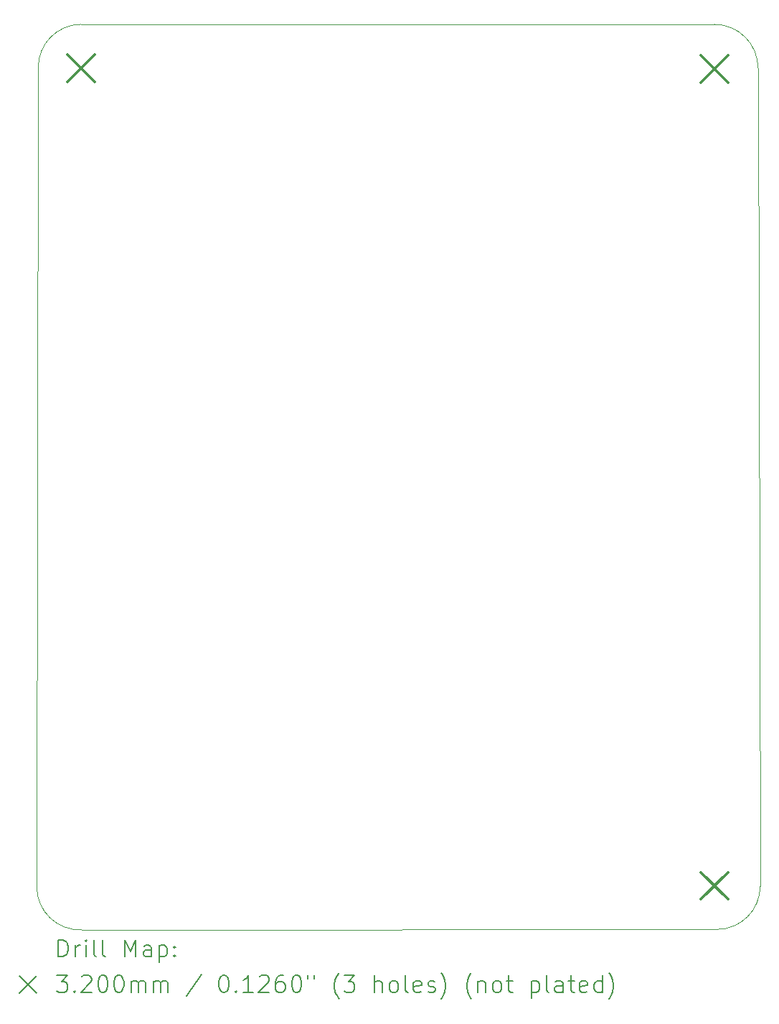
<source format=gbr>
%TF.GenerationSoftware,KiCad,Pcbnew,7.0.8*%
%TF.CreationDate,2024-03-21T20:29:25-04:00*%
%TF.ProjectId,TechDevPCB,54656368-4465-4765-9043-422e6b696361,rev?*%
%TF.SameCoordinates,Original*%
%TF.FileFunction,Drillmap*%
%TF.FilePolarity,Positive*%
%FSLAX45Y45*%
G04 Gerber Fmt 4.5, Leading zero omitted, Abs format (unit mm)*
G04 Created by KiCad (PCBNEW 7.0.8) date 2024-03-21 20:29:25*
%MOMM*%
%LPD*%
G01*
G04 APERTURE LIST*
%ADD10C,0.100000*%
%ADD11C,0.200000*%
%ADD12C,0.320000*%
G04 APERTURE END LIST*
D10*
X10965180Y-3810000D02*
G75*
G03*
X10457180Y-4318000I0J-508000D01*
G01*
X18953480Y-4325620D02*
G75*
G03*
X18437860Y-3810000I-515620J0D01*
G01*
X10440234Y-13979090D02*
G75*
G03*
X10972800Y-14485620I507166J0D01*
G01*
X18470880Y-14480540D02*
G75*
G03*
X18978880Y-13972540I0J508000D01*
G01*
X10457180Y-4318000D02*
X10440233Y-13979090D01*
X18470880Y-14480540D02*
X10972800Y-14485620D01*
X18404840Y-3810000D02*
X18437860Y-3810000D01*
X10965180Y-3810000D02*
X18404840Y-3810000D01*
X18978880Y-13972540D02*
X18953480Y-4325620D01*
D11*
D12*
X10801570Y-4167090D02*
X11121570Y-4487090D01*
X11121570Y-4167090D02*
X10801570Y-4487090D01*
X18277860Y-4178320D02*
X18597860Y-4498320D01*
X18597860Y-4178320D02*
X18277860Y-4498320D01*
X18280400Y-13805990D02*
X18600400Y-14125990D01*
X18600400Y-13805990D02*
X18280400Y-14125990D01*
D11*
X10696010Y-14802740D02*
X10696010Y-14602740D01*
X10696010Y-14602740D02*
X10743629Y-14602740D01*
X10743629Y-14602740D02*
X10772201Y-14612264D01*
X10772201Y-14612264D02*
X10791248Y-14631311D01*
X10791248Y-14631311D02*
X10800772Y-14650359D01*
X10800772Y-14650359D02*
X10810296Y-14688454D01*
X10810296Y-14688454D02*
X10810296Y-14717026D01*
X10810296Y-14717026D02*
X10800772Y-14755121D01*
X10800772Y-14755121D02*
X10791248Y-14774169D01*
X10791248Y-14774169D02*
X10772201Y-14793216D01*
X10772201Y-14793216D02*
X10743629Y-14802740D01*
X10743629Y-14802740D02*
X10696010Y-14802740D01*
X10896010Y-14802740D02*
X10896010Y-14669407D01*
X10896010Y-14707502D02*
X10905534Y-14688454D01*
X10905534Y-14688454D02*
X10915058Y-14678930D01*
X10915058Y-14678930D02*
X10934105Y-14669407D01*
X10934105Y-14669407D02*
X10953153Y-14669407D01*
X11019820Y-14802740D02*
X11019820Y-14669407D01*
X11019820Y-14602740D02*
X11010296Y-14612264D01*
X11010296Y-14612264D02*
X11019820Y-14621788D01*
X11019820Y-14621788D02*
X11029343Y-14612264D01*
X11029343Y-14612264D02*
X11019820Y-14602740D01*
X11019820Y-14602740D02*
X11019820Y-14621788D01*
X11143629Y-14802740D02*
X11124582Y-14793216D01*
X11124582Y-14793216D02*
X11115058Y-14774169D01*
X11115058Y-14774169D02*
X11115058Y-14602740D01*
X11248391Y-14802740D02*
X11229343Y-14793216D01*
X11229343Y-14793216D02*
X11219820Y-14774169D01*
X11219820Y-14774169D02*
X11219820Y-14602740D01*
X11476962Y-14802740D02*
X11476962Y-14602740D01*
X11476962Y-14602740D02*
X11543629Y-14745597D01*
X11543629Y-14745597D02*
X11610296Y-14602740D01*
X11610296Y-14602740D02*
X11610296Y-14802740D01*
X11791248Y-14802740D02*
X11791248Y-14697978D01*
X11791248Y-14697978D02*
X11781724Y-14678930D01*
X11781724Y-14678930D02*
X11762677Y-14669407D01*
X11762677Y-14669407D02*
X11724581Y-14669407D01*
X11724581Y-14669407D02*
X11705534Y-14678930D01*
X11791248Y-14793216D02*
X11772201Y-14802740D01*
X11772201Y-14802740D02*
X11724581Y-14802740D01*
X11724581Y-14802740D02*
X11705534Y-14793216D01*
X11705534Y-14793216D02*
X11696010Y-14774169D01*
X11696010Y-14774169D02*
X11696010Y-14755121D01*
X11696010Y-14755121D02*
X11705534Y-14736073D01*
X11705534Y-14736073D02*
X11724581Y-14726550D01*
X11724581Y-14726550D02*
X11772201Y-14726550D01*
X11772201Y-14726550D02*
X11791248Y-14717026D01*
X11886486Y-14669407D02*
X11886486Y-14869407D01*
X11886486Y-14678930D02*
X11905534Y-14669407D01*
X11905534Y-14669407D02*
X11943629Y-14669407D01*
X11943629Y-14669407D02*
X11962677Y-14678930D01*
X11962677Y-14678930D02*
X11972201Y-14688454D01*
X11972201Y-14688454D02*
X11981724Y-14707502D01*
X11981724Y-14707502D02*
X11981724Y-14764645D01*
X11981724Y-14764645D02*
X11972201Y-14783692D01*
X11972201Y-14783692D02*
X11962677Y-14793216D01*
X11962677Y-14793216D02*
X11943629Y-14802740D01*
X11943629Y-14802740D02*
X11905534Y-14802740D01*
X11905534Y-14802740D02*
X11886486Y-14793216D01*
X12067439Y-14783692D02*
X12076962Y-14793216D01*
X12076962Y-14793216D02*
X12067439Y-14802740D01*
X12067439Y-14802740D02*
X12057915Y-14793216D01*
X12057915Y-14793216D02*
X12067439Y-14783692D01*
X12067439Y-14783692D02*
X12067439Y-14802740D01*
X12067439Y-14678930D02*
X12076962Y-14688454D01*
X12076962Y-14688454D02*
X12067439Y-14697978D01*
X12067439Y-14697978D02*
X12057915Y-14688454D01*
X12057915Y-14688454D02*
X12067439Y-14678930D01*
X12067439Y-14678930D02*
X12067439Y-14697978D01*
X10235233Y-15031256D02*
X10435233Y-15231256D01*
X10435233Y-15031256D02*
X10235233Y-15231256D01*
X10676963Y-15022740D02*
X10800772Y-15022740D01*
X10800772Y-15022740D02*
X10734105Y-15098930D01*
X10734105Y-15098930D02*
X10762677Y-15098930D01*
X10762677Y-15098930D02*
X10781724Y-15108454D01*
X10781724Y-15108454D02*
X10791248Y-15117978D01*
X10791248Y-15117978D02*
X10800772Y-15137026D01*
X10800772Y-15137026D02*
X10800772Y-15184645D01*
X10800772Y-15184645D02*
X10791248Y-15203692D01*
X10791248Y-15203692D02*
X10781724Y-15213216D01*
X10781724Y-15213216D02*
X10762677Y-15222740D01*
X10762677Y-15222740D02*
X10705534Y-15222740D01*
X10705534Y-15222740D02*
X10686486Y-15213216D01*
X10686486Y-15213216D02*
X10676963Y-15203692D01*
X10886486Y-15203692D02*
X10896010Y-15213216D01*
X10896010Y-15213216D02*
X10886486Y-15222740D01*
X10886486Y-15222740D02*
X10876963Y-15213216D01*
X10876963Y-15213216D02*
X10886486Y-15203692D01*
X10886486Y-15203692D02*
X10886486Y-15222740D01*
X10972201Y-15041788D02*
X10981724Y-15032264D01*
X10981724Y-15032264D02*
X11000772Y-15022740D01*
X11000772Y-15022740D02*
X11048391Y-15022740D01*
X11048391Y-15022740D02*
X11067439Y-15032264D01*
X11067439Y-15032264D02*
X11076963Y-15041788D01*
X11076963Y-15041788D02*
X11086486Y-15060835D01*
X11086486Y-15060835D02*
X11086486Y-15079883D01*
X11086486Y-15079883D02*
X11076963Y-15108454D01*
X11076963Y-15108454D02*
X10962677Y-15222740D01*
X10962677Y-15222740D02*
X11086486Y-15222740D01*
X11210296Y-15022740D02*
X11229343Y-15022740D01*
X11229343Y-15022740D02*
X11248391Y-15032264D01*
X11248391Y-15032264D02*
X11257915Y-15041788D01*
X11257915Y-15041788D02*
X11267439Y-15060835D01*
X11267439Y-15060835D02*
X11276962Y-15098930D01*
X11276962Y-15098930D02*
X11276962Y-15146550D01*
X11276962Y-15146550D02*
X11267439Y-15184645D01*
X11267439Y-15184645D02*
X11257915Y-15203692D01*
X11257915Y-15203692D02*
X11248391Y-15213216D01*
X11248391Y-15213216D02*
X11229343Y-15222740D01*
X11229343Y-15222740D02*
X11210296Y-15222740D01*
X11210296Y-15222740D02*
X11191248Y-15213216D01*
X11191248Y-15213216D02*
X11181724Y-15203692D01*
X11181724Y-15203692D02*
X11172201Y-15184645D01*
X11172201Y-15184645D02*
X11162677Y-15146550D01*
X11162677Y-15146550D02*
X11162677Y-15098930D01*
X11162677Y-15098930D02*
X11172201Y-15060835D01*
X11172201Y-15060835D02*
X11181724Y-15041788D01*
X11181724Y-15041788D02*
X11191248Y-15032264D01*
X11191248Y-15032264D02*
X11210296Y-15022740D01*
X11400772Y-15022740D02*
X11419820Y-15022740D01*
X11419820Y-15022740D02*
X11438867Y-15032264D01*
X11438867Y-15032264D02*
X11448391Y-15041788D01*
X11448391Y-15041788D02*
X11457915Y-15060835D01*
X11457915Y-15060835D02*
X11467439Y-15098930D01*
X11467439Y-15098930D02*
X11467439Y-15146550D01*
X11467439Y-15146550D02*
X11457915Y-15184645D01*
X11457915Y-15184645D02*
X11448391Y-15203692D01*
X11448391Y-15203692D02*
X11438867Y-15213216D01*
X11438867Y-15213216D02*
X11419820Y-15222740D01*
X11419820Y-15222740D02*
X11400772Y-15222740D01*
X11400772Y-15222740D02*
X11381724Y-15213216D01*
X11381724Y-15213216D02*
X11372201Y-15203692D01*
X11372201Y-15203692D02*
X11362677Y-15184645D01*
X11362677Y-15184645D02*
X11353153Y-15146550D01*
X11353153Y-15146550D02*
X11353153Y-15098930D01*
X11353153Y-15098930D02*
X11362677Y-15060835D01*
X11362677Y-15060835D02*
X11372201Y-15041788D01*
X11372201Y-15041788D02*
X11381724Y-15032264D01*
X11381724Y-15032264D02*
X11400772Y-15022740D01*
X11553153Y-15222740D02*
X11553153Y-15089407D01*
X11553153Y-15108454D02*
X11562677Y-15098930D01*
X11562677Y-15098930D02*
X11581724Y-15089407D01*
X11581724Y-15089407D02*
X11610296Y-15089407D01*
X11610296Y-15089407D02*
X11629343Y-15098930D01*
X11629343Y-15098930D02*
X11638867Y-15117978D01*
X11638867Y-15117978D02*
X11638867Y-15222740D01*
X11638867Y-15117978D02*
X11648391Y-15098930D01*
X11648391Y-15098930D02*
X11667439Y-15089407D01*
X11667439Y-15089407D02*
X11696010Y-15089407D01*
X11696010Y-15089407D02*
X11715058Y-15098930D01*
X11715058Y-15098930D02*
X11724582Y-15117978D01*
X11724582Y-15117978D02*
X11724582Y-15222740D01*
X11819820Y-15222740D02*
X11819820Y-15089407D01*
X11819820Y-15108454D02*
X11829343Y-15098930D01*
X11829343Y-15098930D02*
X11848391Y-15089407D01*
X11848391Y-15089407D02*
X11876963Y-15089407D01*
X11876963Y-15089407D02*
X11896010Y-15098930D01*
X11896010Y-15098930D02*
X11905534Y-15117978D01*
X11905534Y-15117978D02*
X11905534Y-15222740D01*
X11905534Y-15117978D02*
X11915058Y-15098930D01*
X11915058Y-15098930D02*
X11934105Y-15089407D01*
X11934105Y-15089407D02*
X11962677Y-15089407D01*
X11962677Y-15089407D02*
X11981724Y-15098930D01*
X11981724Y-15098930D02*
X11991248Y-15117978D01*
X11991248Y-15117978D02*
X11991248Y-15222740D01*
X12381724Y-15013216D02*
X12210296Y-15270359D01*
X12638867Y-15022740D02*
X12657915Y-15022740D01*
X12657915Y-15022740D02*
X12676963Y-15032264D01*
X12676963Y-15032264D02*
X12686486Y-15041788D01*
X12686486Y-15041788D02*
X12696010Y-15060835D01*
X12696010Y-15060835D02*
X12705534Y-15098930D01*
X12705534Y-15098930D02*
X12705534Y-15146550D01*
X12705534Y-15146550D02*
X12696010Y-15184645D01*
X12696010Y-15184645D02*
X12686486Y-15203692D01*
X12686486Y-15203692D02*
X12676963Y-15213216D01*
X12676963Y-15213216D02*
X12657915Y-15222740D01*
X12657915Y-15222740D02*
X12638867Y-15222740D01*
X12638867Y-15222740D02*
X12619820Y-15213216D01*
X12619820Y-15213216D02*
X12610296Y-15203692D01*
X12610296Y-15203692D02*
X12600772Y-15184645D01*
X12600772Y-15184645D02*
X12591248Y-15146550D01*
X12591248Y-15146550D02*
X12591248Y-15098930D01*
X12591248Y-15098930D02*
X12600772Y-15060835D01*
X12600772Y-15060835D02*
X12610296Y-15041788D01*
X12610296Y-15041788D02*
X12619820Y-15032264D01*
X12619820Y-15032264D02*
X12638867Y-15022740D01*
X12791248Y-15203692D02*
X12800772Y-15213216D01*
X12800772Y-15213216D02*
X12791248Y-15222740D01*
X12791248Y-15222740D02*
X12781725Y-15213216D01*
X12781725Y-15213216D02*
X12791248Y-15203692D01*
X12791248Y-15203692D02*
X12791248Y-15222740D01*
X12991248Y-15222740D02*
X12876963Y-15222740D01*
X12934105Y-15222740D02*
X12934105Y-15022740D01*
X12934105Y-15022740D02*
X12915058Y-15051311D01*
X12915058Y-15051311D02*
X12896010Y-15070359D01*
X12896010Y-15070359D02*
X12876963Y-15079883D01*
X13067439Y-15041788D02*
X13076963Y-15032264D01*
X13076963Y-15032264D02*
X13096010Y-15022740D01*
X13096010Y-15022740D02*
X13143629Y-15022740D01*
X13143629Y-15022740D02*
X13162677Y-15032264D01*
X13162677Y-15032264D02*
X13172201Y-15041788D01*
X13172201Y-15041788D02*
X13181725Y-15060835D01*
X13181725Y-15060835D02*
X13181725Y-15079883D01*
X13181725Y-15079883D02*
X13172201Y-15108454D01*
X13172201Y-15108454D02*
X13057915Y-15222740D01*
X13057915Y-15222740D02*
X13181725Y-15222740D01*
X13353153Y-15022740D02*
X13315058Y-15022740D01*
X13315058Y-15022740D02*
X13296010Y-15032264D01*
X13296010Y-15032264D02*
X13286486Y-15041788D01*
X13286486Y-15041788D02*
X13267439Y-15070359D01*
X13267439Y-15070359D02*
X13257915Y-15108454D01*
X13257915Y-15108454D02*
X13257915Y-15184645D01*
X13257915Y-15184645D02*
X13267439Y-15203692D01*
X13267439Y-15203692D02*
X13276963Y-15213216D01*
X13276963Y-15213216D02*
X13296010Y-15222740D01*
X13296010Y-15222740D02*
X13334106Y-15222740D01*
X13334106Y-15222740D02*
X13353153Y-15213216D01*
X13353153Y-15213216D02*
X13362677Y-15203692D01*
X13362677Y-15203692D02*
X13372201Y-15184645D01*
X13372201Y-15184645D02*
X13372201Y-15137026D01*
X13372201Y-15137026D02*
X13362677Y-15117978D01*
X13362677Y-15117978D02*
X13353153Y-15108454D01*
X13353153Y-15108454D02*
X13334106Y-15098930D01*
X13334106Y-15098930D02*
X13296010Y-15098930D01*
X13296010Y-15098930D02*
X13276963Y-15108454D01*
X13276963Y-15108454D02*
X13267439Y-15117978D01*
X13267439Y-15117978D02*
X13257915Y-15137026D01*
X13496010Y-15022740D02*
X13515058Y-15022740D01*
X13515058Y-15022740D02*
X13534106Y-15032264D01*
X13534106Y-15032264D02*
X13543629Y-15041788D01*
X13543629Y-15041788D02*
X13553153Y-15060835D01*
X13553153Y-15060835D02*
X13562677Y-15098930D01*
X13562677Y-15098930D02*
X13562677Y-15146550D01*
X13562677Y-15146550D02*
X13553153Y-15184645D01*
X13553153Y-15184645D02*
X13543629Y-15203692D01*
X13543629Y-15203692D02*
X13534106Y-15213216D01*
X13534106Y-15213216D02*
X13515058Y-15222740D01*
X13515058Y-15222740D02*
X13496010Y-15222740D01*
X13496010Y-15222740D02*
X13476963Y-15213216D01*
X13476963Y-15213216D02*
X13467439Y-15203692D01*
X13467439Y-15203692D02*
X13457915Y-15184645D01*
X13457915Y-15184645D02*
X13448391Y-15146550D01*
X13448391Y-15146550D02*
X13448391Y-15098930D01*
X13448391Y-15098930D02*
X13457915Y-15060835D01*
X13457915Y-15060835D02*
X13467439Y-15041788D01*
X13467439Y-15041788D02*
X13476963Y-15032264D01*
X13476963Y-15032264D02*
X13496010Y-15022740D01*
X13638867Y-15022740D02*
X13638867Y-15060835D01*
X13715058Y-15022740D02*
X13715058Y-15060835D01*
X14010296Y-15298930D02*
X14000772Y-15289407D01*
X14000772Y-15289407D02*
X13981725Y-15260835D01*
X13981725Y-15260835D02*
X13972201Y-15241788D01*
X13972201Y-15241788D02*
X13962677Y-15213216D01*
X13962677Y-15213216D02*
X13953153Y-15165597D01*
X13953153Y-15165597D02*
X13953153Y-15127502D01*
X13953153Y-15127502D02*
X13962677Y-15079883D01*
X13962677Y-15079883D02*
X13972201Y-15051311D01*
X13972201Y-15051311D02*
X13981725Y-15032264D01*
X13981725Y-15032264D02*
X14000772Y-15003692D01*
X14000772Y-15003692D02*
X14010296Y-14994169D01*
X14067439Y-15022740D02*
X14191248Y-15022740D01*
X14191248Y-15022740D02*
X14124582Y-15098930D01*
X14124582Y-15098930D02*
X14153153Y-15098930D01*
X14153153Y-15098930D02*
X14172201Y-15108454D01*
X14172201Y-15108454D02*
X14181725Y-15117978D01*
X14181725Y-15117978D02*
X14191248Y-15137026D01*
X14191248Y-15137026D02*
X14191248Y-15184645D01*
X14191248Y-15184645D02*
X14181725Y-15203692D01*
X14181725Y-15203692D02*
X14172201Y-15213216D01*
X14172201Y-15213216D02*
X14153153Y-15222740D01*
X14153153Y-15222740D02*
X14096010Y-15222740D01*
X14096010Y-15222740D02*
X14076963Y-15213216D01*
X14076963Y-15213216D02*
X14067439Y-15203692D01*
X14429344Y-15222740D02*
X14429344Y-15022740D01*
X14515058Y-15222740D02*
X14515058Y-15117978D01*
X14515058Y-15117978D02*
X14505534Y-15098930D01*
X14505534Y-15098930D02*
X14486487Y-15089407D01*
X14486487Y-15089407D02*
X14457915Y-15089407D01*
X14457915Y-15089407D02*
X14438868Y-15098930D01*
X14438868Y-15098930D02*
X14429344Y-15108454D01*
X14638868Y-15222740D02*
X14619820Y-15213216D01*
X14619820Y-15213216D02*
X14610296Y-15203692D01*
X14610296Y-15203692D02*
X14600772Y-15184645D01*
X14600772Y-15184645D02*
X14600772Y-15127502D01*
X14600772Y-15127502D02*
X14610296Y-15108454D01*
X14610296Y-15108454D02*
X14619820Y-15098930D01*
X14619820Y-15098930D02*
X14638868Y-15089407D01*
X14638868Y-15089407D02*
X14667439Y-15089407D01*
X14667439Y-15089407D02*
X14686487Y-15098930D01*
X14686487Y-15098930D02*
X14696010Y-15108454D01*
X14696010Y-15108454D02*
X14705534Y-15127502D01*
X14705534Y-15127502D02*
X14705534Y-15184645D01*
X14705534Y-15184645D02*
X14696010Y-15203692D01*
X14696010Y-15203692D02*
X14686487Y-15213216D01*
X14686487Y-15213216D02*
X14667439Y-15222740D01*
X14667439Y-15222740D02*
X14638868Y-15222740D01*
X14819820Y-15222740D02*
X14800772Y-15213216D01*
X14800772Y-15213216D02*
X14791249Y-15194169D01*
X14791249Y-15194169D02*
X14791249Y-15022740D01*
X14972201Y-15213216D02*
X14953153Y-15222740D01*
X14953153Y-15222740D02*
X14915058Y-15222740D01*
X14915058Y-15222740D02*
X14896010Y-15213216D01*
X14896010Y-15213216D02*
X14886487Y-15194169D01*
X14886487Y-15194169D02*
X14886487Y-15117978D01*
X14886487Y-15117978D02*
X14896010Y-15098930D01*
X14896010Y-15098930D02*
X14915058Y-15089407D01*
X14915058Y-15089407D02*
X14953153Y-15089407D01*
X14953153Y-15089407D02*
X14972201Y-15098930D01*
X14972201Y-15098930D02*
X14981725Y-15117978D01*
X14981725Y-15117978D02*
X14981725Y-15137026D01*
X14981725Y-15137026D02*
X14886487Y-15156073D01*
X15057915Y-15213216D02*
X15076963Y-15222740D01*
X15076963Y-15222740D02*
X15115058Y-15222740D01*
X15115058Y-15222740D02*
X15134106Y-15213216D01*
X15134106Y-15213216D02*
X15143630Y-15194169D01*
X15143630Y-15194169D02*
X15143630Y-15184645D01*
X15143630Y-15184645D02*
X15134106Y-15165597D01*
X15134106Y-15165597D02*
X15115058Y-15156073D01*
X15115058Y-15156073D02*
X15086487Y-15156073D01*
X15086487Y-15156073D02*
X15067439Y-15146550D01*
X15067439Y-15146550D02*
X15057915Y-15127502D01*
X15057915Y-15127502D02*
X15057915Y-15117978D01*
X15057915Y-15117978D02*
X15067439Y-15098930D01*
X15067439Y-15098930D02*
X15086487Y-15089407D01*
X15086487Y-15089407D02*
X15115058Y-15089407D01*
X15115058Y-15089407D02*
X15134106Y-15098930D01*
X15210296Y-15298930D02*
X15219820Y-15289407D01*
X15219820Y-15289407D02*
X15238868Y-15260835D01*
X15238868Y-15260835D02*
X15248391Y-15241788D01*
X15248391Y-15241788D02*
X15257915Y-15213216D01*
X15257915Y-15213216D02*
X15267439Y-15165597D01*
X15267439Y-15165597D02*
X15267439Y-15127502D01*
X15267439Y-15127502D02*
X15257915Y-15079883D01*
X15257915Y-15079883D02*
X15248391Y-15051311D01*
X15248391Y-15051311D02*
X15238868Y-15032264D01*
X15238868Y-15032264D02*
X15219820Y-15003692D01*
X15219820Y-15003692D02*
X15210296Y-14994169D01*
X15572201Y-15298930D02*
X15562677Y-15289407D01*
X15562677Y-15289407D02*
X15543630Y-15260835D01*
X15543630Y-15260835D02*
X15534106Y-15241788D01*
X15534106Y-15241788D02*
X15524582Y-15213216D01*
X15524582Y-15213216D02*
X15515058Y-15165597D01*
X15515058Y-15165597D02*
X15515058Y-15127502D01*
X15515058Y-15127502D02*
X15524582Y-15079883D01*
X15524582Y-15079883D02*
X15534106Y-15051311D01*
X15534106Y-15051311D02*
X15543630Y-15032264D01*
X15543630Y-15032264D02*
X15562677Y-15003692D01*
X15562677Y-15003692D02*
X15572201Y-14994169D01*
X15648391Y-15089407D02*
X15648391Y-15222740D01*
X15648391Y-15108454D02*
X15657915Y-15098930D01*
X15657915Y-15098930D02*
X15676963Y-15089407D01*
X15676963Y-15089407D02*
X15705534Y-15089407D01*
X15705534Y-15089407D02*
X15724582Y-15098930D01*
X15724582Y-15098930D02*
X15734106Y-15117978D01*
X15734106Y-15117978D02*
X15734106Y-15222740D01*
X15857915Y-15222740D02*
X15838868Y-15213216D01*
X15838868Y-15213216D02*
X15829344Y-15203692D01*
X15829344Y-15203692D02*
X15819820Y-15184645D01*
X15819820Y-15184645D02*
X15819820Y-15127502D01*
X15819820Y-15127502D02*
X15829344Y-15108454D01*
X15829344Y-15108454D02*
X15838868Y-15098930D01*
X15838868Y-15098930D02*
X15857915Y-15089407D01*
X15857915Y-15089407D02*
X15886487Y-15089407D01*
X15886487Y-15089407D02*
X15905534Y-15098930D01*
X15905534Y-15098930D02*
X15915058Y-15108454D01*
X15915058Y-15108454D02*
X15924582Y-15127502D01*
X15924582Y-15127502D02*
X15924582Y-15184645D01*
X15924582Y-15184645D02*
X15915058Y-15203692D01*
X15915058Y-15203692D02*
X15905534Y-15213216D01*
X15905534Y-15213216D02*
X15886487Y-15222740D01*
X15886487Y-15222740D02*
X15857915Y-15222740D01*
X15981725Y-15089407D02*
X16057915Y-15089407D01*
X16010296Y-15022740D02*
X16010296Y-15194169D01*
X16010296Y-15194169D02*
X16019820Y-15213216D01*
X16019820Y-15213216D02*
X16038868Y-15222740D01*
X16038868Y-15222740D02*
X16057915Y-15222740D01*
X16276963Y-15089407D02*
X16276963Y-15289407D01*
X16276963Y-15098930D02*
X16296011Y-15089407D01*
X16296011Y-15089407D02*
X16334106Y-15089407D01*
X16334106Y-15089407D02*
X16353153Y-15098930D01*
X16353153Y-15098930D02*
X16362677Y-15108454D01*
X16362677Y-15108454D02*
X16372201Y-15127502D01*
X16372201Y-15127502D02*
X16372201Y-15184645D01*
X16372201Y-15184645D02*
X16362677Y-15203692D01*
X16362677Y-15203692D02*
X16353153Y-15213216D01*
X16353153Y-15213216D02*
X16334106Y-15222740D01*
X16334106Y-15222740D02*
X16296011Y-15222740D01*
X16296011Y-15222740D02*
X16276963Y-15213216D01*
X16486487Y-15222740D02*
X16467439Y-15213216D01*
X16467439Y-15213216D02*
X16457915Y-15194169D01*
X16457915Y-15194169D02*
X16457915Y-15022740D01*
X16648392Y-15222740D02*
X16648392Y-15117978D01*
X16648392Y-15117978D02*
X16638868Y-15098930D01*
X16638868Y-15098930D02*
X16619820Y-15089407D01*
X16619820Y-15089407D02*
X16581725Y-15089407D01*
X16581725Y-15089407D02*
X16562677Y-15098930D01*
X16648392Y-15213216D02*
X16629344Y-15222740D01*
X16629344Y-15222740D02*
X16581725Y-15222740D01*
X16581725Y-15222740D02*
X16562677Y-15213216D01*
X16562677Y-15213216D02*
X16553153Y-15194169D01*
X16553153Y-15194169D02*
X16553153Y-15175121D01*
X16553153Y-15175121D02*
X16562677Y-15156073D01*
X16562677Y-15156073D02*
X16581725Y-15146550D01*
X16581725Y-15146550D02*
X16629344Y-15146550D01*
X16629344Y-15146550D02*
X16648392Y-15137026D01*
X16715058Y-15089407D02*
X16791249Y-15089407D01*
X16743630Y-15022740D02*
X16743630Y-15194169D01*
X16743630Y-15194169D02*
X16753153Y-15213216D01*
X16753153Y-15213216D02*
X16772201Y-15222740D01*
X16772201Y-15222740D02*
X16791249Y-15222740D01*
X16934106Y-15213216D02*
X16915058Y-15222740D01*
X16915058Y-15222740D02*
X16876963Y-15222740D01*
X16876963Y-15222740D02*
X16857915Y-15213216D01*
X16857915Y-15213216D02*
X16848392Y-15194169D01*
X16848392Y-15194169D02*
X16848392Y-15117978D01*
X16848392Y-15117978D02*
X16857915Y-15098930D01*
X16857915Y-15098930D02*
X16876963Y-15089407D01*
X16876963Y-15089407D02*
X16915058Y-15089407D01*
X16915058Y-15089407D02*
X16934106Y-15098930D01*
X16934106Y-15098930D02*
X16943630Y-15117978D01*
X16943630Y-15117978D02*
X16943630Y-15137026D01*
X16943630Y-15137026D02*
X16848392Y-15156073D01*
X17115058Y-15222740D02*
X17115058Y-15022740D01*
X17115058Y-15213216D02*
X17096011Y-15222740D01*
X17096011Y-15222740D02*
X17057915Y-15222740D01*
X17057915Y-15222740D02*
X17038868Y-15213216D01*
X17038868Y-15213216D02*
X17029344Y-15203692D01*
X17029344Y-15203692D02*
X17019820Y-15184645D01*
X17019820Y-15184645D02*
X17019820Y-15127502D01*
X17019820Y-15127502D02*
X17029344Y-15108454D01*
X17029344Y-15108454D02*
X17038868Y-15098930D01*
X17038868Y-15098930D02*
X17057915Y-15089407D01*
X17057915Y-15089407D02*
X17096011Y-15089407D01*
X17096011Y-15089407D02*
X17115058Y-15098930D01*
X17191249Y-15298930D02*
X17200773Y-15289407D01*
X17200773Y-15289407D02*
X17219820Y-15260835D01*
X17219820Y-15260835D02*
X17229344Y-15241788D01*
X17229344Y-15241788D02*
X17238868Y-15213216D01*
X17238868Y-15213216D02*
X17248392Y-15165597D01*
X17248392Y-15165597D02*
X17248392Y-15127502D01*
X17248392Y-15127502D02*
X17238868Y-15079883D01*
X17238868Y-15079883D02*
X17229344Y-15051311D01*
X17229344Y-15051311D02*
X17219820Y-15032264D01*
X17219820Y-15032264D02*
X17200773Y-15003692D01*
X17200773Y-15003692D02*
X17191249Y-14994169D01*
M02*

</source>
